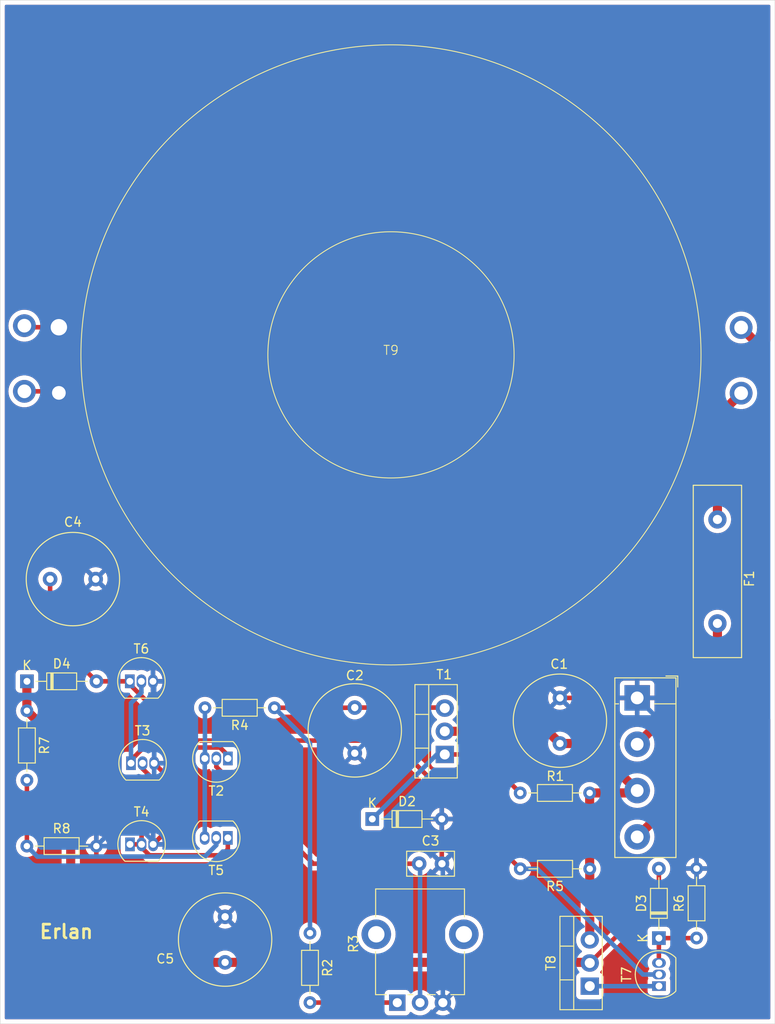
<source format=kicad_pcb>
(kicad_pcb (version 20240108) (generator "pcbnew") (generator_version "8.0")
  (layers (0 "F.Cu" signal) (31 "B.Cu" signal) (34 "B.Paste" user) (35 "F.Paste" user) (36 "B.SilkS" user "B.Silkscreen") (37 "F.SilkS" user "F.Silkscreen") (38 "B.Mask" user) (39 "F.Mask" user) (44 "Edge.Cuts" user))
  (net 0 "")
  (net 1 "Net-(D1-+)")
  (net 2 "GND")
  (net 3 "Net-(T1-E)")
  (net 4 "Net-(T2-B)")
  (net 5 "Net-(D4-A)")
  (net 6 "Net-(D3-A)")
  (net 7 "Net-(T9-SA)")
  (net 8 "Net-(D2-K)")
  (net 9 "Net-(D3-K)")
  (net 10 "Net-(R2-Pad2)")
  (net 11 "Net-(T2-E)")
  (net 12 "Net-(T5-B)")
  (net 13 "Net-(T2-C)")
  (net 14 "Net-(T3-B)")
  (net 15 "Net-(T7-C)")
  (net 16 "Net-(T9-SB)")
  (net 17 "Net-(T9-AB)")
  (net 18 "Net-(T9-AA)")
  (net 19 "Net-(D1-Pad2)")
  (footprint "Potentiometer_THT:Potentiometer_Alpha_RD901F-40-00D_Single_Vertical_CircularHoles" (layer "F.Cu") (at 135.79 147.69 90)
    (property "Reference" "R3" (at 6.45 -4.8 -90) (layer "F.SilkS"))
    (property "Value" "10k")
    (fp_line (start 0.88 -2.38) (end 5.6 -2.38) (stroke (width 0.12)) (layer "F.SilkS"))
    (fp_line (start 9.41 -2.37) (end 12.47 -2.37) (stroke (width 0.12)) (layer "F.SilkS"))
    (fp_line (start 0.88 -1.19) (end 0.88 -2.37) (stroke (width 0.12)) (layer "F.SilkS"))
    (fp_line (start 0.88 1.71) (end 0.88 1.18) (stroke (width 0.12)) (layer "F.SilkS"))
    (fp_line (start 0.88 4.16) (end 0.88 3.33) (stroke (width 0.12)) (layer "F.SilkS"))
    (fp_line (start 12.47 7.37) (end 12.47 -2.37) (stroke (width 0.12)) (layer "F.SilkS"))
    (fp_line (start 9.41 7.37) (end 12.47 7.37) (stroke (width 0.12)) (layer "F.SilkS"))
    (fp_line (start 0.88 7.37) (end 0.88 5.88) (stroke (width 0.12)) (layer "F.SilkS"))
    (fp_line (start 0.88 7.37) (end 5.6 7.37) (stroke (width 0.12)) (layer "F.SilkS"))
    (pad "" thru_hole circle (at 7.5 -2.3 180) (size 3.24 3.24) (drill 1.8) (layers "*.Cu" "*.Mask"))
    (pad "" thru_hole circle (at 7.5 7.3 180) (size 3.24 3.24) (drill 1.8) (layers "*.Cu" "*.Mask"))
    (pad "1" thru_hole rect (at 0 0 180) (size 1.8 1.8) (drill 1) (layers "*.Cu" "*.Mask") (net 10 "Net-(R2-Pad2)"))
    (pad "2" thru_hole circle (at 0 2.5 180) (size 1.8 1.8) (drill 1) (layers "*.Cu" "*.Mask") (net 4 "Net-(T2-B)"))
    (pad "3" thru_hole circle (at 0 5 180) (size 1.8 1.8) (drill 1) (layers "*.Cu" "*.Mask") (net 2 "GND"))
  )
  (footprint "Resistor_THT:R_Axial_DIN0204_L3.6mm_D1.6mm_P7.62mm_Horizontal" (layer "F.Cu") (at 95.17 130.52)
    (property "Reference" "R8" (at 3.81 -1.92 0) (layer "F.SilkS"))
    (property "Value" "1k")
    (fp_line (start 0.94 0) (end 1.89 0) (stroke (width 0.12)) (layer "F.SilkS"))
    (fp_line (start 1.89 -0.92) (end 1.89 0.92) (stroke (width 0.12)) (layer "F.SilkS"))
    (fp_line (start 1.89 0.92) (end 5.73 0.92) (stroke (width 0.12)) (layer "F.SilkS"))
    (fp_line (start 5.73 -0.92) (end 1.89 -0.92) (stroke (width 0.12)) (layer "F.SilkS"))
    (fp_line (start 5.73 0.92) (end 5.73 -0.92) (stroke (width 0.12)) (layer "F.SilkS"))
    (fp_line (start 6.68 0) (end 5.73 0) (stroke (width 0.12)) (layer "F.SilkS"))
    (pad "1" thru_hole circle (at 0 0) (size 1.4 1.4) (drill 0.7) (layers "*.Cu" "*.Mask") (net 12 "Net-(T5-B)"))
    (pad "2" thru_hole oval (at 7.62 0) (size 1.4 1.4) (drill 0.7) (layers "*.Cu" "*.Mask") (net 2 "GND"))
  )
  (footprint "Capacitor_THT:C_Radial_D10.0mm_H16.0mm_P5.00mm" (layer "F.Cu") (at 116.91 143.27 90)
    (property "Reference" "C5" (at 0.39 -6.57 0) (layer "F.SilkS"))
    (property "Value" "100uF35V")
    (fp_circle (center 2.5 0) (end 7.62 0) (stroke (width 0.12)) (fill none) (layer "F.SilkS"))
    (pad "1" thru_hole circle (at 0 0 90) (size 1.6 1.6) (drill 0.8) (layers "*.Cu" "*.Mask") (net 6 "Net-(D3-A)"))
    (pad "2" thru_hole circle (at 5 0 90) (size 1.6 1.6) (drill 0.8) (layers "*.Cu" "*.Mask") (net 2 "GND"))
  )
  (footprint "Transformer:220V-24V" (layer "F.Cu") (at 135.1 76.65)
    (property "Reference" "T9" (at 0 -0.5 0) (layer "F.SilkS") (effects (font (thickness 0.1))))
    (property "Value" "Transformer_1P_1S")
    (fp_circle (center 0 0) (end 13.5 0) (stroke (width 0.1)) (fill none) (layer "F.SilkS"))
    (fp_circle (center 0 0) (end 34 0) (stroke (width 0.1)) (fill none) (layer "F.SilkS"))
    (pad "1" thru_hole circle (at -40.2 -3.2) (size 2.5 2.5) (drill 1.5) (layers "*.Cu" "*.Mask") (net 18 "Net-(T9-AA)"))
    (pad "2" thru_hole circle (at -40.2 4) (size 2.5 2.5) (drill 1.5) (layers "*.Cu" "*.Mask") (net 17 "Net-(T9-AB)"))
    (pad "3" thru_hole circle (at 38.4 -3) (size 2.5 2.5) (drill 1.5) (layers "*.Cu" "*.Mask") (net 7 "Net-(T9-SA)"))
    (pad "4" thru_hole circle (at 38.4 4.2) (size 2.5 2.5) (drill 1.5) (layers "*.Cu" "*.Mask") (net 16 "Net-(T9-SB)"))
  )
  (footprint "Package_TO_SOT_THT:TO-220-3_Vertical" (layer "F.Cu") (at 156.9 145.88 90)
    (property "Reference" "T8" (at 2.54 -4.27 -90) (layer "F.SilkS"))
    (property "Value" "TIP127")
    (fp_line (start 7.66 -3.27) (end 7.66 1.371) (stroke (width 0.12)) (layer "F.SilkS"))
    (fp_line (start 4.391 -3.27) (end 4.391 -1.76) (stroke (width 0.12)) (layer "F.SilkS"))
    (fp_line (start 0.69 -3.27) (end 0.69 -1.76) (stroke (width 0.12)) (layer "F.SilkS"))
    (fp_line (start -2.58 -3.27) (end 7.66 -3.27) (stroke (width 0.12)) (layer "F.SilkS"))
    (fp_line (start -2.58 -3.27) (end -2.58 1.371) (stroke (width 0.12)) (layer "F.SilkS"))
    (fp_line (start -2.58 -1.76) (end 7.66 -1.76) (stroke (width 0.12)) (layer "F.SilkS"))
    (fp_line (start -2.58 1.371) (end 7.66 1.371) (stroke (width 0.12)) (layer "F.SilkS"))
    (pad "1" thru_hole rect (at 0 0 90) (size 1.905 2) (drill 1.1) (layers "*.Cu" "*.Mask") (net 15 "Net-(T7-C)"))
    (pad "2" thru_hole oval (at 2.54 0 90) (size 1.905 2) (drill 1.1) (layers "*.Cu" "*.Mask") (net 6 "Net-(D3-A)"))
    (pad "3" thru_hole oval (at 5.08 0 90) (size 1.905 2) (drill 1.1) (layers "*.Cu" "*.Mask") (net 1 "Net-(D1-+)"))
  )
  (footprint "Package_TO_SOT_THT:TO-92_Inline" (layer "F.Cu") (at 117.22 120.91 180)
    (property "Reference" "T2" (at 1.27 -3.56 180) (layer "F.SilkS"))
    (property "Value" "2N5401")
    (fp_line (start -0.53 1.85) (end 3.07 1.85) (stroke (width 0.12)) (layer "F.SilkS"))
    (fp_arc (start 1.27 -2.6) (mid 3.672087 -0.994977) (end 3.108478 1.838478) (stroke (width 0.12)) (layer "F.SilkS"))
    (fp_arc (start -0.568478 1.838478) (mid -1.132087 -0.994977) (end 1.27 -2.6) (stroke (width 0.12)) (layer "F.SilkS"))
    (pad "1" thru_hole rect (at 0 0 180) (size 1.05 1.5) (drill 0.75) (layers "*.Cu" "*.Mask") (net 13 "Net-(T2-C)"))
    (pad "2" thru_hole oval (at 1.27 0 180) (size 1.05 1.5) (drill 0.75) (layers "*.Cu" "*.Mask") (net 4 "Net-(T2-B)"))
    (pad "3" thru_hole oval (at 2.54 0 180) (size 1.05 1.5) (drill 0.75) (layers "*.Cu" "*.Mask") (net 11 "Net-(T2-E)"))
  )
  (footprint "Resistor_THT:R_Axial_DIN0204_L3.6mm_D1.6mm_P7.62mm_Horizontal" (layer "F.Cu") (at 126.22 140.06 -90)
    (property "Reference" "R2" (at 3.81 -1.92 90) (layer "F.SilkS"))
    (property "Value" "10k")
    (fp_line (start 1.89 0.92) (end 5.73 0.92) (stroke (width 0.12)) (layer "F.SilkS"))
    (fp_line (start 5.73 0.92) (end 5.73 -0.92) (stroke (width 0.12)) (layer "F.SilkS"))
    (fp_line (start 0.94 0) (end 1.89 0) (stroke (width 0.12)) (layer "F.SilkS"))
    (fp_line (start 6.68 0) (end 5.73 0) (stroke (width 0.12)) (layer "F.SilkS"))
    (fp_line (start 1.89 -0.92) (end 1.89 0.92) (stroke (width 0.12)) (layer "F.SilkS"))
    (fp_line (start 5.73 -0.92) (end 1.89 -0.92) (stroke (width 0.12)) (layer "F.SilkS"))
    (pad "1" thru_hole circle (at 0 0 270) (size 1.4 1.4) (drill 0.7) (layers "*.Cu" "*.Mask") (net 3 "Net-(T1-E)"))
    (pad "2" thru_hole oval (at 7.62 0 270) (size 1.4 1.4) (drill 0.7) (layers "*.Cu" "*.Mask") (net 10 "Net-(R2-Pad2)"))
  )
  (footprint "Resistor_THT:R_Axial_DIN0204_L3.6mm_D1.6mm_P7.62mm_Horizontal" (layer "F.Cu") (at 156.89 124.69 180)
    (property "Reference" "R1" (at 3.76 1.83 180) (layer "F.SilkS"))
    (property "Value" "10k")
    (fp_line (start 6.68 0) (end 5.73 0) (stroke (width 0.12)) (layer "F.SilkS"))
    (fp_line (start 5.73 0.92) (end 5.73 -0.92) (stroke (width 0.12)) (layer "F.SilkS"))
    (fp_line (start 5.73 -0.92) (end 1.89 -0.92) (stroke (width 0.12)) (layer "F.SilkS"))
    (fp_line (start 1.89 0.92) (end 5.73 0.92) (stroke (width 0.12)) (layer "F.SilkS"))
    (fp_line (start 1.89 -0.92) (end 1.89 0.92) (stroke (width 0.12)) (layer "F.SilkS"))
    (fp_line (start 0.94 0) (end 1.89 0) (stroke (width 0.12)) (layer "F.SilkS"))
    (pad "1" thru_hole circle (at 0 0 180) (size 1.4 1.4) (drill 0.7) (layers "*.Cu" "*.Mask") (net 1 "Net-(D1-+)"))
    (pad "2" thru_hole oval (at 7.62 0 180) (size 1.4 1.4) (drill 0.7) (layers "*.Cu" "*.Mask") (net 8 "Net-(D2-K)"))
  )
  (footprint "Fuse:Fuse_Littelfuse-LVR100" (layer "F.Cu") (at 170.9 94.7 -90)
    (property "Reference" "F1" (at 6.5 -3.5 90) (layer "F.SilkS"))
    (property "Value" "Fuse")
    (fp_line (start 15.15 2.65) (end -3.75 2.65) (stroke (width 0.12)) (layer "F.SilkS"))
    (fp_line (start 15.15 2.65) (end 15.15 -2.65) (stroke (width 0.12)) (layer "F.SilkS"))
    (fp_line (start -3.75 -2.65) (end -3.75 2.65) (stroke (width 0.12)) (layer "F.SilkS"))
    (fp_line (start -3.75 -2.65) (end 15.15 -2.65) (stroke (width 0.12)) (layer "F.SilkS"))
    (pad "1" thru_hole circle (at 0 0 270) (size 2 2) (drill 1) (layers "*.Cu" "*.Mask") (net 16 "Net-(T9-SB)"))
    (pad "2" thru_hole circle (at 11.4 0 270) (size 2 2) (drill 1) (layers "*.Cu" "*.Mask") (net 19 "Net-(D1-Pad2)"))
  )
  (footprint "Resistor_THT:R_Axial_DIN0204_L3.6mm_D1.6mm_P7.62mm_Horizontal" (layer "F.Cu") (at 122.32 115.35 180)
    (property "Reference" "R4" (at 3.81 -1.92 180) (layer "F.SilkS"))
    (property "Value" "10k")
    (fp_line (start 6.68 0) (end 5.73 0) (stroke (width 0.12)) (layer "F.SilkS"))
    (fp_line (start 5.73 0.92) (end 5.73 -0.92) (stroke (width 0.12)) (layer "F.SilkS"))
    (fp_line (start 5.73 -0.92) (end 1.89 -0.92) (stroke (width 0.12)) (layer "F.SilkS"))
    (fp_line (start 1.89 0.92) (end 5.73 0.92) (stroke (width 0.12)) (layer "F.SilkS"))
    (fp_line (start 1.89 -0.92) (end 1.89 0.92) (stroke (width 0.12)) (layer "F.SilkS"))
    (fp_line (start 0.94 0) (end 1.89 0) (stroke (width 0.12)) (layer "F.SilkS"))
    (pad "1" thru_hole circle (at 0 0 180) (size 1.4 1.4) (drill 0.7) (layers "*.Cu" "*.Mask") (net 3 "Net-(T1-E)"))
    (pad "2" thru_hole oval (at 7.62 0 180) (size 1.4 1.4) (drill 0.7) (layers "*.Cu" "*.Mask") (net 11 "Net-(T2-E)"))
  )
  (footprint "Diode_THT:D_DO-34_SOD68_P7.62mm_Horizontal" (layer "F.Cu") (at 133.05 127.55)
    (property "Reference" "D2" (at 3.81 -1.92 0) (layer "F.SilkS"))
    (property "Value" "12V")
    (fp_line (start 0.99 0) (end 2.17 0) (stroke (width 0.12)) (layer "F.SilkS"))
    (fp_line (start 2.17 -0.92) (end 2.17 0.92) (stroke (width 0.12)) (layer "F.SilkS"))
    (fp_line (start 2.17 0.92) (end 5.45 0.92) (stroke (width 0.12)) (layer "F.SilkS"))
    (fp_line (start 2.626 -0.92) (end 2.626 0.92) (stroke (width 0.12)) (layer "F.SilkS"))
    (fp_line (start 2.746 -0.92) (end 2.746 0.92) (stroke (width 0.12)) (layer "F.SilkS"))
    (fp_line (start 2.866 -0.92) (end 2.866 0.92) (stroke (width 0.12)) (layer "F.SilkS"))
    (fp_line (start 5.45 -0.92) (end 2.17 -0.92) (stroke (width 0.12)) (layer "F.SilkS"))
    (fp_line (start 5.45 0.92) (end 5.45 -0.92) (stroke (width 0.12)) (layer "F.SilkS"))
    (fp_line (start 6.63 0) (end 5.45 0) (stroke (width 0.12)) (layer "F.SilkS"))
    (fp_text user "K" (at 0 -1.75 0) (layer "F.SilkS"))
    (pad "1" thru_hole rect (at 0 0) (size 1.5 1.5) (drill 0.75) (layers "*.Cu" "*.Mask") (net 8 "Net-(D2-K)"))
    (pad "2" thru_hole oval (at 7.62 0) (size 1.5 1.5) (drill 0.75) (layers "*.Cu" "*.Mask") (net 2 "GND"))
  )
  (footprint "Capacitor_THT:C_Radial_D10.0mm_H16.0mm_P5.00mm" (layer "F.Cu") (at 131.13 115.33 -90)
    (property "Reference" "C2" (at -3.52 0 180) (layer "F.SilkS"))
    (property "Value" "100uF")
    (fp_circle (center 2.5 0) (end 7.62 0) (stroke (width 0.12)) (fill none) (layer "F.SilkS"))
    (pad "1" thru_hole circle (at 0 0 270) (size 1.6 1.6) (drill 0.8) (layers "*.Cu" "*.Mask") (net 3 "Net-(T1-E)"))
    (pad "2" thru_hole circle (at 5 0 270) (size 1.6 1.6) (drill 0.8) (layers "*.Cu" "*.Mask") (net 2 "GND"))
  )
  (footprint "Package_TO_SOT_THT:TO-92_Inline" (layer "F.Cu") (at 117.21 129.62 180)
    (property "Reference" "T5" (at 1.27 -3.56 180) (layer "F.SilkS"))
    (property "Value" "2N5401")
    (fp_line (start -0.53 1.85) (end 3.07 1.85) (stroke (width 0.12)) (layer "F.SilkS"))
    (fp_arc (start 1.27 -2.6) (mid 3.672087 -0.994977) (end 3.108478 1.838478) (stroke (width 0.12)) (layer "F.SilkS"))
    (fp_arc (start -0.568478 1.838478) (mid -1.132087 -0.994977) (end 1.27 -2.6) (stroke (width 0.12)) (layer "F.SilkS"))
    (pad "1" thru_hole rect (at 0 0 180) (size 1.05 1.5) (drill 0.75) (layers "*.Cu" "*.Mask") (net 14 "Net-(T3-B)"))
    (pad "2" thru_hole oval (at 1.27 0 180) (size 1.05 1.5) (drill 0.75) (layers "*.Cu" "*.Mask") (net 12 "Net-(T5-B)"))
    (pad "3" thru_hole oval (at 2.54 0 180) (size 1.05 1.5) (drill 0.75) (layers "*.Cu" "*.Mask") (net 11 "Net-(T2-E)"))
  )
  (footprint "Resistor_THT:R_Axial_DIN0204_L3.6mm_D1.6mm_P7.62mm_Horizontal" (layer "F.Cu") (at 156.9 133.01 180)
    (property "Reference" "R5" (at 3.81 -1.92 180) (layer "F.SilkS"))
    (property "Value" "100k")
    (fp_line (start 6.68 0) (end 5.73 0) (stroke (width 0.12)) (layer "F.SilkS"))
    (fp_line (start 5.73 0.92) (end 5.73 -0.92) (stroke (width 0.12)) (layer "F.SilkS"))
    (fp_line (start 5.73 -0.92) (end 1.89 -0.92) (stroke (width 0.12)) (layer "F.SilkS"))
    (fp_line (start 1.89 0.92) (end 5.73 0.92) (stroke (width 0.12)) (layer "F.SilkS"))
    (fp_line (start 1.89 -0.92) (end 1.89 0.92) (stroke (width 0.12)) (layer "F.SilkS"))
    (fp_line (start 0.94 0) (end 1.89 0) (stroke (width 0.12)) (layer "F.SilkS"))
    (pad "1" thru_hole circle (at 0 0 180) (size 1.4 1.4) (drill 0.7) (layers "*.Cu" "*.Mask") (net 1 "Net-(D1-+)"))
    (pad "2" thru_hole oval (at 7.62 0 180) (size 1.4 1.4) (drill 0.7) (layers "*.Cu" "*.Mask") (net 5 "Net-(D4-A)"))
  )
  (footprint "Package_TO_SOT_THT:TO-92_Inline" (layer "F.Cu") (at 106.46 112.45)
    (property "Reference" "T6" (at 1.27 -3.56 0) (layer "F.SilkS"))
    (property "Value" "2N5551")
    (fp_line (start -0.53 1.85) (end 3.07 1.85) (stroke (width 0.12)) (layer "F.SilkS"))
    (fp_arc (start -0.568478 1.838478) (mid -1.132087 -0.994977) (end 1.27 -2.6) (stroke (width 0.12)) (layer "F.SilkS"))
    (fp_arc (start 1.27 -2.6) (mid 3.672087 -0.994977) (end 3.108478 1.838478) (stroke (width 0.12)) (layer "F.SilkS"))
    (pad "1" thru_hole rect (at 0 0) (size 1.05 1.5) (drill 0.75) (layers "*.Cu" "*.Mask") (net 5 "Net-(D4-A)"))
    (pad "2" thru_hole oval (at 1.27 0) (size 1.05 1.5) (drill 0.75) (layers "*.Cu" "*.Mask") (net 13 "Net-(T2-C)"))
    (pad "3" thru_hole oval (at 2.54 0) (size 1.05 1.5) (drill 0.75) (layers "*.Cu" "*.Mask") (net 2 "GND"))
  )
  (footprint "Diode_THT:D_DO-34_SOD68_P7.62mm_Horizontal" (layer "F.Cu") (at 164.48 140.61 90)
    (property "Reference" "D3" (at 3.81 -1.92 -90) (layer "F.SilkS"))
    (property "Value" "D")
    (fp_line (start 5.45 -0.92) (end 2.17 -0.92) (stroke (width 0.12)) (layer "F.SilkS"))
    (fp_line (start 2.866 -0.92) (end 2.866 0.92) (stroke (width 0.12)) (layer "F.SilkS"))
    (fp_line (start 2.746 -0.92) (end 2.746 0.92) (stroke (width 0.12)) (layer "F.SilkS"))
    (fp_line (start 2.626 -0.92) (end 2.626 0.92) (stroke (width 0.12)) (layer "F.SilkS"))
    (fp_line (start 2.17 -0.92) (end 2.17 0.92) (stroke (width 0.12)) (layer "F.SilkS"))
    (fp_line (start 6.63 0) (end 5.45 0) (stroke (width 0.12)) (layer "F.SilkS"))
    (fp_line (start 0.99 0) (end 2.17 0) (stroke (width 0.12)) (layer "F.SilkS"))
    (fp_line (start 5.45 0.92) (end 5.45 -0.92) (stroke (width 0.12)) (layer "F.SilkS"))
    (fp_line (start 2.17 0.92) (end 5.45 0.92) (stroke (width 0.12)) (layer "F.SilkS"))
    (fp_text user "K" (at 0 -1.75 -90) (layer "F.SilkS"))
    (pad "1" thru_hole rect (at 0 0 90) (size 1.5 1.5) (drill 0.75) (layers "*.Cu" "*.Mask") (net 9 "Net-(D3-K)"))
    (pad "2" thru_hole oval (at 7.62 0 90) (size 1.5 1.5) (drill 0.75) (layers "*.Cu" "*.Mask") (net 6 "Net-(D3-A)"))
  )
  (footprint "Diode_THT:D_DO-34_SOD68_P7.62mm_Horizontal" (layer "F.Cu") (at 95.18 112.45)
    (property "Reference" "D4" (at 3.81 -1.92 0) (layer "F.SilkS"))
    (property "Value" "D")
    (fp_line (start 0.99 0) (end 2.17 0) (stroke (width 0.12)) (layer "F.SilkS"))
    (fp_line (start 2.17 -0.92) (end 2.17 0.92) (stroke (width 0.12)) (layer "F.SilkS"))
    (fp_line (start 2.17 0.92) (end 5.45 0.92) (stroke (width 0.12)) (layer "F.SilkS"))
    (fp_line (start 2.626 -0.92) (end 2.626 0.92) (stroke (width 0.12)) (layer "F.SilkS"))
    (fp_line (start 2.746 -0.92) (end 2.746 0.92) (stroke (width 0.12)) (layer "F.SilkS"))
    (fp_line (start 2.866 -0.92) (end 2.866 0.92) (stroke (width 0.12)) (layer "F.SilkS"))
    (fp_line (start 5.45 -0.92) (end 2.17 -0.92) (stroke (width 0.12)) (layer "F.SilkS"))
    (fp_line (start 5.45 0.92) (end 5.45 -0.92) (stroke (width 0.12)) (layer "F.SilkS"))
    (fp_line (start 6.63 0) (end 5.45 0) (stroke (width 0.12)) (layer "F.SilkS"))
    (fp_text user "K" (at 0 -1.75 0) (layer "F.SilkS"))
    (pad "1" thru_hole rect (at 0 0) (size 1.5 1.5) (drill 0.75) (layers "*.Cu" "*.Mask") (net 6 "Net-(D3-A)"))
    (pad "2" thru_hole oval (at 7.62 0) (size 1.5 1.5) (drill 0.75) (layers "*.Cu" "*.Mask") (net 5 "Net-(D4-A)"))
  )
  (footprint "Package_TO_SOT_THT:TO-92_Inline" (layer "F.Cu") (at 164.49 145.87 90)
    (property "Reference" "T7" (at 1.27 -3.56 -90) (layer "F.SilkS"))
    (property "Value" "2N5551")
    (fp_line (start -0.53 1.85) (end 3.07 1.85) (stroke (width 0.12)) (layer "F.SilkS"))
    (fp_arc (start 1.27 -2.6) (mid 3.672087 -0.994977) (end 3.108478 1.838478) (stroke (width 0.12)) (layer "F.SilkS"))
    (fp_arc (start -0.568478 1.838478) (mid -1.132087 -0.994977) (end 1.27 -2.6) (stroke (width 0.12)) (layer "F.SilkS"))
    (pad "1" thru_hole rect (at 0 0 90) (size 1.05 1.5) (drill 0.75) (layers "*.Cu" "*.Mask") (net 15 "Net-(T7-C)"))
    (pad "2" thru_hole oval (at 1.27 0 90) (size 1.05 1.5) (drill 0.75) (layers "*.Cu" "*.Mask") (net 5 "Net-(D4-A)"))
    (pad "3" thru_hole oval (at 2.54 0 90) (size 1.05 1.5) (drill 0.75) (layers "*.Cu" "*.Mask") (net 9 "Net-(D3-K)"))
  )
  (footprint "Diode_THT:Diode_Bridge_Vishay_KBL" (layer "F.Cu") (at 162.1 114.27 -90)
    (property "Reference" "D1" (hide yes))
    (property "Value" "BR1")
    (fp_line (start -2.2 2.45) (end 17.5 2.45) (stroke (width 0.12)) (layer "F.SilkS"))
    (fp_line (start 17.5 2.45) (end 17.5 -4.25) (stroke (width 0.12)) (layer "F.SilkS"))
    (fp_line (start 0.65 2.05) (end 0.65 2.45) (stroke (width 0.12)) (layer "F.SilkS"))
    (fp_line (start 0.65 -1.9) (end 0.65 -4.25) (stroke (width 0.12)) (layer "F.SilkS"))
    (fp_line (start -2.4 -3.15) (end -2.4 -4.45) (stroke (width 0.12)) (layer "F.SilkS"))
    (fp_line (start -2.2 -4.25) (end -2.2 2.45) (stroke (width 0.12)) (layer "F.SilkS"))
    (fp_line (start 17.5 -4.25) (end -2.2 -4.25) (stroke (width 0.12)) (layer "F.SilkS"))
    (fp_line (start -2.4 -4.45) (end -1.2 -4.45) (stroke (width 0.12)) (layer "F.SilkS"))
    (pad "1" thru_hole rect (at 0 0 270) (size 2.8 2.8) (drill 1.4) (layers "*.Cu" "*.Mask") (net 2 "GND"))
    (pad "2" thru_hole circle (at 5.08 0 270) (size 2.8 2.8) (drill 1.4) (layers "*.Cu" "*.Mask") (net 19 "Net-(D1-Pad2)"))
    (pad "3" thru_hole circle (at 10.16 0 270) (size 2.8 2.8) (drill 1.4) (layers "*.Cu" "*.Mask") (net 1 "Net-(D1-+)"))
    (pad "4" thru_hole circle (at 15.24 0 270) (size 2.8 2.8) (drill 1.4) (layers "*.Cu" "*.Mask") (net 7 "Net-(T9-SA)"))
  )
  (footprint "Package_TO_SOT_THT:TO-92_Inline" (layer "F.Cu") (at 106.48 130.33)
    (property "Reference" "T4" (at 1.27 -3.56 0) (layer "F.SilkS"))
    (property "Value" "2N5551")
    (fp_line (start -0.53 1.85) (end 3.07 1.85) (stroke (width 0.12)) (layer "F.SilkS"))
    (fp_arc (start -0.568478 1.838478) (mid -1.132087 -0.994977) (end 1.27 -2.6) (stroke (width 0.12)) (layer "F.SilkS"))
    (fp_arc (start 1.27 -2.6) (mid 3.672087 -0.994977) (end 3.108478 1.838478) (stroke (width 0.12)) (layer "F.SilkS"))
    (pad "1" thru_hole rect (at 0 0) (size 1.05 1.5) (drill 0.75) (layers "*.Cu" "*.Mask") (net 14 "Net-(T3-B)"))
    (pad "2" thru_hole oval (at 1.27 0) (size 1.05 1.5) (drill 0.75) (layers "*.Cu" "*.Mask") (net 14 "Net-(T3-B)"))
    (pad "3" thru_hole oval (at 2.54 0) (size 1.05 1.5) (drill 0.75) (layers "*.Cu" "*.Mask") (net 2 "GND"))
  )
  (footprint "Transformer:VSIN" (layer "F.Cu") (at 98.68 76.82 -90)
    (property "Reference" "V1" (hide yes))
    (property "Value" "VSIN")
    (pad "1" thru_hole circle (at -3.2 0 270) (size 2.54 2.54) (drill 1.8) (layers "*.Cu" "*.Mask") (net 18 "Net-(T9-AA)"))
    (pad "2" thru_hole circle (at 4 0 270) (size 2.54 2.54) (drill 1.5) (layers "*.Cu" "*.Mask") (net 17 "Net-(T9-AB)"))
  )
  (footprint "Package_TO_SOT_THT:TO-92_Inline" (layer "F.Cu") (at 106.59 121.43)
    (property "Reference" "T3" (at 1.27 -3.56 0) (layer "F.SilkS"))
    (property "Value" "2N5551")
    (fp_line (start -0.53 1.85) (end 3.07 1.85) (stroke (width 0.12)) (layer "F.SilkS"))
    (fp_arc (start -0.568478 1.838478) (mid -1.132087 -0.994977) (end 1.27 -2.6) (stroke (width 0.12)) (layer "F.SilkS"))
    (fp_arc (start 1.27 -2.6) (mid 3.672087 -0.994977) (end 3.108478 1.838478) (stroke (width 0.12)) (layer "F.SilkS"))
    (pad "1" thru_hole rect (at 0 0) (size 1.05 1.5) (drill 0.75) (layers "*.Cu" "*.Mask") (net 13 "Net-(T2-C)"))
    (pad "2" thru_hole oval (at 1.27 0) (size 1.05 1.5) (drill 0.75) (layers "*.Cu" "*.Mask") (net 14 "Net-(T3-B)"))
    (pad "3" thru_hole oval (at 2.54 0) (size 1.05 1.5) (drill 0.75) (layers "*.Cu" "*.Mask") (net 2 "GND"))
  )
  (footprint "Capacitor_THT:C_Disc_D5.0mm_W2.5mm_P2.50mm" (layer "F.Cu") (at 138.19 132.45)
    (property "Reference" "C3" (at 1.25 -2.5 0) (layer "F.SilkS"))
    (property "Value" "100nF")
    (fp_line (start -1.37 -1.37) (end -1.37 1.37) (stroke (width 0.12)) (layer "F.SilkS"))
    (fp_line (start -1.37 -1.37) (end 3.87 -1.37) (stroke (width 0.12)) (layer "F.SilkS"))
    (fp_line (start -1.37 1.37) (end 3.87 1.37) (stroke (width 0.12)) (layer "F.SilkS"))
    (fp_line (start 3.87 -1.37) (end 3.87 1.37) (stroke (width 0.12)) (layer "F.SilkS"))
    (pad "1" thru_hole circle (at 0 0) (size 1.6 1.6) (drill 0.8) (layers "*.Cu" "*.Mask") (net 4 "Net-(T2-B)"))
    (pad "2" thru_hole circle (at 2.5 0) (size 1.6 1.6) (drill 0.8) (layers "*.Cu" "*.Mask") (net 2 "GND"))
  )
  (footprint "Resistor_THT:R_Axial_DIN0204_L3.6mm_D1.6mm_P7.62mm_Horizontal" (layer "F.Cu") (at 168.61 140.6 90)
    (property "Reference" "R6" (at 3.81 -1.92 -90) (layer "F.SilkS"))
    (property "Value" "4.7k")
    (fp_line (start 5.73 -0.92) (end 1.89 -0.92) (stroke (width 0.12)) (layer "F.SilkS"))
    (fp_line (start 1.89 -0.92) (end 1.89 0.92) (stroke (width 0.12)) (layer "F.SilkS"))
    (fp_line (start 6.68 0) (end 5.73 0) (stroke (width 0.12)) (layer "F.SilkS"))
    (fp_line (start 0.94 0) (end 1.89 0) (stroke (width 0.12)) (layer "F.SilkS"))
    (fp_line (start 5.73 0.92) (end 5.73 -0.92) (stroke (width 0.12)) (layer "F.SilkS"))
    (fp_line (start 1.89 0.92) (end 5.73 0.92) (stroke (width 0.12)) (layer "F.SilkS"))
    (pad "1" thru_hole circle (at 0 0 90) (size 1.4 1.4) (drill 0.7) (layers "*.Cu" "*.Mask") (net 9 "Net-(D3-K)"))
    (pad "2" thru_hole oval (at 7.62 0 90) (size 1.4 1.4) (drill 0.7) (layers "*.Cu" "*.Mask") (net 2 "GND"))
  )
  (footprint "Capacitor_THT:C_Radial_D10.0mm_H16.0mm_P5.00mm" (layer "F.Cu") (at 153.63 119.27 90)
    (property "Reference" "C1" (at 8.71 -0.08 0) (layer "F.SilkS"))
    (property "Value" "2200uF")
    (fp_circle (center 2.5 0) (end 7.62 0) (stroke (width 0.12)) (fill none) (layer "F.SilkS"))
    (pad "1" thru_hole circle (at 0 0 90) (size 1.6 1.6) (drill 0.8) (layers "*.Cu" "*.Mask") (net 1 "Net-(D1-+)"))
    (pad "2" thru_hole circle (at 5 0 90) (size 1.6 1.6) (drill 0.8) (layers "*.Cu" "*.Mask") (net 2 "GND"))
  )
  (footprint "Package_TO_SOT_THT:TO-220-3_Vertical" (layer "F.Cu") (at 141 120.47 90)
    (property "Reference" "T1" (at 8.76 -0.06 0) (layer "F.SilkS"))
    (property "Value" "TIP122")
    (fp_line (start 7.66 -3.27) (end 7.66 1.371) (stroke (width 0.12)) (layer "F.SilkS"))
    (fp_line (start 4.391 -3.27) (end 4.391 -1.76) (stroke (width 0.12)) (layer "F.SilkS"))
    (fp_line (start 0.69 -3.27) (end 0.69 -1.76) (stroke (width 0.12)) (layer "F.SilkS"))
    (fp_line (start -2.58 -3.27) (end 7.66 -3.27) (stroke (width 0.12)) (layer "F.SilkS"))
    (fp_line (start -2.58 -3.27) (end -2.58 1.371) (stroke (width 0.12)) (layer "F.SilkS"))
    (fp_line (start -2.58 -1.76) (end 7.66 -1.76) (stroke (width 0.12)) (layer "F.SilkS"))
    (fp_line (start -2.58 1.371) (end 7.66 1.371) (stroke (width 0.12)) (layer "F.SilkS"))
    (pad "1" thru_hole rect (at 0 0 90) (size 1.905 2) (drill 1.1) (layers "*.Cu" "*.Mask") (net 8 "Net-(D2-K)"))
    (pad "2" thru_hole oval (at 2.54 0 90) (size 1.905 2) (drill 1.1) (layers "*.Cu" "*.Mask") (net 1 "Net-(D1-+)"))
    (pad "3" thru_hole oval (at 5.08 0 90) (size 1.905 2) (drill 1.1) (layers "*.Cu" "*.Mask") (net 3 "Net-(T1-E)"))
  )
  (footprint "Resistor_THT:R_Axial_DIN0204_L3.6mm_D1.6mm_P7.62mm_Horizontal" (layer "F.Cu") (at 95.175 115.675 -90)
    (property "Reference" "R7" (at 3.81 -1.92 90) (layer "F.SilkS"))
    (property "Value" "3.3k")
    (fp_line (start 1.89 0.92) (end 5.73 0.92) (stroke (width 0.12)) (layer "F.SilkS"))
    (fp_line (start 5.73 0.92) (end 5.73 -0.92) (stroke (width 0.12)) (layer "F.SilkS"))
    (fp_line (start 0.94 0) (end 1.89 0) (stroke (width 0.12)) (layer "F.SilkS"))
    (fp_line (start 6.68 0) (end 5.73 0) (stroke (width 0.12)) (layer "F.SilkS"))
    (fp_line (start 1.89 -0.92) (end 1.89 0.92) (stroke (width 0.12)) (layer "F.SilkS"))
    (fp_line (start 5.73 -0.92) (end 1.89 -0.92) (stroke (width 0.12)) (layer "F.SilkS"))
    (pad "1" thru_hole circle (at 0 0 270) (size 1.4 1.4) (drill 0.7) (layers "*.Cu" "*.Mask") (net 6 "Net-(D3-A)"))
    (pad "2" thru_hole oval (at 7.62 0 270) (size 1.4 1.4) (drill 0.7) (layers "*.Cu" "*.Mask") (net 12 "Net-(T5-B)"))
  )
  (footprint "Capacitor_THT:C_Radial_D10.0mm_H16.0mm_P5.00mm" (layer "F.Cu") (at 97.72 101.24)
    (property "Reference" "C4" (at 2.5 -6.25 0) (layer "F.SilkS"))
    (property "Value" "1uF50V")
    (fp_circle (center 2.5 0) (end 7.62 0) (stroke (width 0.12)) (fill none) (layer "F.SilkS"))
    (pad "1" thru_hole circle (at 0 0) (size 1.6 1.6) (drill 0.8) (layers "*.Cu" "*.Mask") (net 5 "Net-(D4-A)"))
    (pad "2" thru_hole circle (at 5 0) (size 1.6 1.6) (drill 0.8) (layers "*.Cu" "*.Mask") (net 2 "GND"))
  )
  (gr_rect (start 92.25 37.76) (end 177.2 150.01) (stroke (width 0.05)) (fill none) (layer "Edge.Cuts"))
  (gr_text "Erlan" (at 96.41 140.78 0) (layer "F.SilkS") (effects (font (size 1.5 1.5) (thickness 0.3) (bold yes)) (justify left bottom)))
  (segment (start 156.89 124.69) (end 161.84 124.69) (width 1) (layer "F.Cu") (net 1))
  (segment (start 156.89 124.69) (end 156.89 133) (width 1) (layer "F.Cu") (net 1))
  (segment (start 156.9 133.01) (end 156.9 140.8) (width 1) (layer "F.Cu") (net 1))
  (segment (start 153.63 119.27) (end 156.94 119.27) (width 1) (layer "F.Cu") (net 1))
  (segment (start 156.94 119.27) (end 162.1 124.43) (width 1) (layer "F.Cu") (net 1))
  (segment (start 161.84 124.69) (end 162.1 124.43) (width 0.5) (layer "F.Cu") (net 1))
  (segment (start 152.29 117.93) (end 141 117.93) (width 1) (layer "F.Cu") (net 1))
  (segment (start 156.89 133) (end 156.9 133.01) (width 0.5) (layer "F.Cu") (net 1))
  (segment (start 153.63 119.27) (end 152.29 117.93) (width 1) (layer "F.Cu") (net 1))
  (segment (start 138.98 134.16) (end 140.69 132.45) (width 0.5) (layer "F.Cu") (net 2))
  (segment (start 140.67 127.55) (end 140.67 132.43) (width 0.5) (layer "F.Cu") (net 2))
  (segment (start 110.35 122.65) (end 110.35 129) (width 0.5) (layer "F.Cu") (net 2))
  (segment (start 121.02 134.16) (end 138.98 134.16) (width 0.5) (layer "F.Cu") (net 2))
  (segment (start 140.67 132.43) (end 140.69 132.45) (width 0.5) (layer "F.Cu") (net 2))
  (segment (start 109.13 121.43) (end 110.35 122.65) (width 0.5) (layer "F.Cu") (net 2))
  (segment (start 153.63 114.27) (end 162.1 114.27) (width 0.5) (layer "F.Cu") (net 2))
  (segment (start 116.91 138.27) (end 121.02 134.16) (width 0.5) (layer "F.Cu") (net 2))
  (segment (start 110.35 129) (end 109.02 130.33) (width 0.5) (layer "F.Cu") (net 2))
  (segment (start 141.27 148.17) (end 140.79 147.69) (width 0.5) (layer "F.Cu") (net 2))
  (segment (start 140.67 127.55) (end 138.35 127.55) (width 0.5) (layer "F.Cu") (net 2))
  (segment (start 138.35 127.55) (end 131.13 120.33) (width 0.5) (layer "F.Cu") (net 2))
  (segment (start 102.79 130.52) (end 104.18 129.13) (width 0.5) (layer "B.Cu") (net 2))
  (segment (start 109 108.28) (end 109 112.45) (width 0.5) (layer "B.Cu") (net 2))
  (segment (start 119.08 108.28) (end 131.13 120.33) (width 0.5) (layer "B.Cu") (net 2))
  (segment (start 168.61 120.78) (end 162.1 114.27) (width 0.5) (layer "B.Cu") (net 2))
  (segment (start 140.79 132.55) (end 140.69 132.45) (width 0.5) (layer "B.Cu") (net 2))
  (segment (start 109 107.52) (end 109 108.28) (width 0.5) (layer "B.Cu") (net 2))
  (segment (start 168.61 132.98) (end 168.61 120.78) (width 0.5) (layer "B.Cu") (net 2))
  (segment (start 102.72 101.24) (end 109 107.52) (width 0.5) (layer "B.Cu") (net 2))
  (segment (start 104.18 129.13) (end 108.153858 129.13) (width 0.5) (layer "B.Cu") (net 2))
  (segment (start 109.13 121.43) (end 109.13 112.58) (width 0.5) (layer "B.Cu") (net 2))
  (segment (start 109 108.28) (end 119.08 108.28) (width 0.5) (layer "B.Cu") (net 2))
  (segment (start 109.02 129.996142) (end 109.02 130.33) (width 0.5) (layer "B.Cu") (net 2))
  (segment (start 109.13 130.22) (end 109.02 130.33) (width 0.5) (layer "B.Cu") (net 2))
  (segment (start 108.153858 129.13) (end 109.02 129.996142) (width 0.5) (layer "B.Cu") (net 2))
  (segment (start 109.13 112.58) (end 109 112.45) (width 0.5) (layer "B.Cu") (net 2))
  (segment (start 147.64 108.28) (end 119.08 108.28) (width 0.5) (layer "B.Cu") (net 2))
  (segment (start 140.79 147.69) (end 140.79 132.55) (width 0.5) (layer "B.Cu") (net 2))
  (segment (start 109 121.3) (end 109.13 121.43) (width 0.5) (layer "B.Cu") (net 2))
  (segment (start 153.63 114.27) (end 147.64 108.28) (width 0.5) (layer "B.Cu") (net 2))
  (segment (start 131.11 115.35) (end 131.13 115.33) (width 0.5) (layer "F.Cu") (net 3))
  (segment (start 131.13 115.33) (end 140.94 115.33) (width 0.5) (layer "F.Cu") (net 3))
  (segment (start 140.94 115.33) (end 141 115.39) (width 0.5) (layer "F.Cu") (net 3))
  (segment (start 122.32 115.35) (end 131.11 115.35) (width 0.5) (layer "F.Cu") (net 3))
  (segment (start 126.22 119.25) (end 122.32 115.35) (width 0.5) (layer "B.Cu") (net 3))
  (segment (start 126.22 140.06) (end 126.22 119.25) (width 0.5) (layer "B.Cu") (net 3))
  (segment (start 126.58 132.45) (end 115.95 121.82) (width 0.5) (layer "F.Cu") (net 4))
  (segment (start 115.95 121.82) (end 115.95 120.91) (width 0.5) (layer "F.Cu") (net 4))
  (segment (start 138.19 132.45) (end 126.58 132.45) (width 0.5) (layer "F.Cu") (net 4))
  (segment (start 138.29 147.69) (end 138.29 132.55) (width 0.5) (layer "B.Cu") (net 4))
  (segment (start 138.29 132.55) (end 138.19 132.45) (width 0.5) (layer "B.Cu") (net 4))
  (segment (start 106.46 112.783858) (end 112.626142 118.95) (width 0.5) (layer "F.Cu") (net 5))
  (segment (start 112.626142 118.95) (end 135.22 118.95) (width 0.5) (layer "F.Cu") (net 5))
  (segment (start 102.8 112.45) (end 106.46 112.45) (width 0.5) (layer "F.Cu") (net 5))
  (segment (start 97.72 107.37) (end 102.8 112.45) (width 0.5) (layer "F.Cu") (net 5))
  (segment (start 106.46 112.45) (end 106.46 112.783858) (width 0.5) (layer "F.Cu") (net 5))
  (segment (start 135.22 118.95) (end 149.28 133.01) (width 0.5) (layer "F.Cu") (net 5))
  (segment (start 97.72 101.24) (end 97.72 107.37) (width 0.5) (layer "F.Cu") (net 5))
  (segment (start 151.140935 133.01) (end 162.730935 144.6) (width 0.5) (layer "B.Cu") (net 5))
  (segment (start 162.730935 144.6) (end 164.49 144.6) (width 0.5) (layer "B.Cu") (net 5))
  (segment (start 149.28 133.01) (end 151.140935 133.01) (width 0.5) (layer "B.Cu") (net 5))
  (segment (start 116.91 143.27) (end 108.09 143.27) (width 1) (layer "F.Cu") (net 6))
  (segment (start 164.48 135.76) (end 164.48 132.99) (width 0.5) (layer "F.Cu") (net 6))
  (segment (start 156.83 143.27) (end 156.9 143.34) (width 0.5) (layer "F.Cu") (net 6))
  (segment (start 156.9 143.34) (end 164.48 135.76) (width 0.5) (layer "F.Cu") (net 6))
  (segment (start 99.98 135.16) (end 99.98 120.48) (width 1) (layer "F.Cu") (net 6))
  (segment (start 99.98 120.48) (end 95.175 115.675) (width 1) (layer "F.Cu") (net 6))
  (segment (start 116.91 143.27) (end 156.83 143.27) (width 1) (layer "F.Cu") (net 6))
  (segment (start 95.175 112.455) (end 95.18 112.45) (width 0.5) (layer "F.Cu") (net 6))
  (segment (start 95.175 115.675) (end 95.175 112.455) (width 1) (layer "F.Cu") (net 6))
  (segment (start 108.09 143.27) (end 99.98 135.16) (width 1) (layer "F.Cu") (net 6))
  (segment (start 175.77 75.92) (end 175.77 115.84) (width 1) (layer "F.Cu") (net 7))
  (segment (start 175.77 115.84) (end 162.1 129.51) (width 1) (layer "F.Cu") (net 7))
  (segment (start 173.5 73.65) (end 175.77 75.92) (width 1) (layer "F.Cu") (net 7))
  (segment (start 145.05 120.47) (end 149.27 124.69) (width 0.5) (layer "F.Cu") (net 8))
  (segment (start 141 120.47) (end 145.05 120.47) (width 0.5) (layer "F.Cu") (net 8))
  (segment (start 141 120.47) (end 140.13 120.47) (width 0.5) (layer "B.Cu") (net 8))
  (segment (start 140.13 120.47) (end 133.05 127.55) (width 0.5) (layer "B.Cu") (net 8))
  (segment (start 164.48 140.61) (end 164.48 143.32) (width 0.5) (layer "F.Cu") (net 9))
  (segment (start 164.48 143.32) (end 164.49 143.33) (width 0.5) (layer "F.Cu") (net 9))
  (segment (start 164.48 140.61) (end 168.6 140.61) (width 0.5) (layer "F.Cu") (net 9))
  (segment (start 168.6 140.61) (end 168.61 140.6) (width 0.5) (layer "F.Cu") (net 9))
  (segment (start 164.47 140.6) (end 164.48 140.61) (width 0.5) (layer "B.Cu") (net 9))
  (segment (start 168.6 140.61) (end 168.61 140.6) (width 0.5) (layer "B.Cu") (net 9))
  (segment (start 135.78 147.68) (end 135.79 147.69) (width 0.5) (layer "F.Cu") (net 10))
  (segment (start 126.22 147.68) (end 135.78 147.68) (width 0.5) (layer "F.Cu") (net 10))
  (segment (start 126.23 147.69) (end 126.22 147.68) (width 0.5) (layer "F.Cu") (net 10))
  (segment (start 114.7 115.35) (end 114.7 120.89) (width 0.5) (layer "B.Cu") (net 11))
  (segment (start 114.68 120.91) (end 114.68 129.61) (width 0.5) (layer "B.Cu") (net 11))
  (segment (start 114.68 129.61) (end 114.67 129.62) (width 0.5) (layer "B.Cu") (net 11))
  (segment (start 114.7 120.89) (end 114.68 120.91) (width 0.5) (layer "B.Cu") (net 11))
  (segment (start 95.175 123.295) (end 95.175 130.515) (width 0.5) (layer "F.Cu") (net 12))
  (segment (start 95.175 130.515) (end 95.17 130.52) (width 0.5) (layer "F.Cu") (net 12))
  (segment (start 95.17 123.3) (end 95.175 123.295) (width 0.5) (layer "B.Cu") (net 12))
  (segment (start 114.69 131.67) (end 115.94 130.42) (width 0.5) (layer "B.Cu") (net 12))
  (segment (start 96.32 131.67) (end 114.69 131.67) (width 0.5) (layer "B.Cu") (net 12))
  (segment (start 95.17 130.52) (end 96.32 131.67) (width 0.5) (layer "B.Cu") (net 12))
  (segment (start 115.94 130.42) (end 115.94 129.62) (width 0.5) (layer "B.Cu") (net 12))
  (segment (start 106.59 121.096142) (end 106.59 121.43) (width 0.5) (layer "F.Cu") (net 13))
  (segment (start 116.353858 119.71) (end 107.976142 119.71) (width 0.5) (layer "F.Cu") (net 13))
  (segment (start 117.22 120.91) (end 117.22 120.576142) (width 0.5) (layer "F.Cu") (net 13))
  (segment (start 107.976142 119.71) (end 106.59 121.096142) (width 0.5) (layer "F.Cu") (net 13))
  (segment (start 117.22 120.576142) (end 116.353858 119.71) (width 0.5) (layer "F.Cu") (net 13))
  (segment (start 106.59 114.84) (end 106.59 121.43) (width 0.5) (layer "B.Cu") (net 13))
  (segment (start 107.73 112.45) (end 107.73 113.7) (width 0.5) (layer "B.Cu") (net 13))
  (segment (start 107.73 113.7) (end 106.59 114.84) (width 0.5) (layer "B.Cu") (net 13))
  (segment (start 108.616142 131.53) (end 107.75 130.663858) (width 0.5) (layer "F.Cu") (net 14))
  (segment (start 107.75 130.33) (end 107.75 129.08) (width 0.5) (layer "F.Cu") (net 14))
  (segment (start 107.86 122.03) (end 107.86 121.43) (width 0.5) (layer "F.Cu") (net 14))
  (segment (start 107.75 129.08) (end 109.65 127.18) (width 0.5) (layer "F.Cu") (net 14))
  (segment (start 117.21 129.62) (end 117.21 130.87) (width 0.5) (layer "F.Cu") (net 14))
  (segment (start 107.75 130.663858) (end 107.75 130.33) (width 0.5) (layer "F.Cu") (net 14))
  (segment (start 117.21 130.87) (end 116.55 131.53) (width 0.5) (layer "F.Cu") (net 14))
  (segment (start 116.55 131.53) (end 108.616142 131.53) (width 0.5) (layer "F.Cu") (net 14))
  (segment (start 107.75 130.33) (end 106.48 130.33) (width 0.5) (layer "F.Cu") (net 14))
  (segment (start 109.65 123.82) (end 107.86 122.03) (width 0.5) (layer "F.Cu") (net 14))
  (segment (start 109.65 127.18) (end 109.65 123.82) (width 0.5) (layer "F.Cu") (net 14))
  (segment (start 156.9 145.88) (end 164.48 145.88) (width 0.5) (layer "B.Cu") (net 15))
  (segment (start 164.48 145.88) (end 164.49 145.87) (width 0.5) (layer "B.Cu") (net 15))
  (segment (start 170.9 83.45) (end 173.5 80.85) (width 1) (layer "F.Cu") (net 16))
  (segment (start 170.9 94.7) (end 170.9 83.45) (width 1) (layer "F.Cu") (net 16))
  (segment (start 94.9 80.65) (end 98.51 80.65) (width 0.5) (layer "F.Cu") (net 17))
  (segment (start 98.51 80.65) (end 98.68 80.82) (width 0.5) (layer "F.Cu") (net 17))
  (segment (start 95.07 73.62) (end 94.9 73.45) (width 0.5) (layer "F.Cu") (net 18))
  (segment (start 98.68 73.62) (end 95.07 73.62) (width 0.5) (layer "F.Cu") (net 18))
  (segment (start 170.9 110.55) (end 170.9 106.1) (width 1) (layer "F.Cu") (net 19))
  (segment (start 162.1 119.35) (end 170.9 110.55) (width 1) (layer "F.Cu") (net 19))
  (zone (net 2) (net_name "GND") (layers "F&B.Cu") (connect_pads (clearance 0.5)) (min_thickness 0.25) (fill yes (thermal_gap 0.5) (thermal_bridge_width 0.5))
    (polygon (pts (xy 177.2 37.75) (xy 92.25 37.75) (xy 92.25 150) (xy 177.2 150)))
  )
)
</source>
